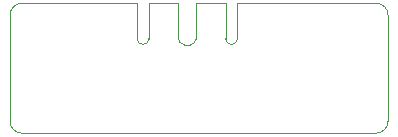
<source format=gbr>
%TF.GenerationSoftware,KiCad,Pcbnew,6.0.2+dfsg-1*%
%TF.CreationDate,2023-02-09T12:57:17+13:00*%
%TF.ProjectId,BRAWN-100_LOGIC,42524157-4e2d-4313-9030-5f4c4f474943,v1.0*%
%TF.SameCoordinates,Original*%
%TF.FileFunction,Profile,NP*%
%FSLAX46Y46*%
G04 Gerber Fmt 4.6, Leading zero omitted, Abs format (unit mm)*
G04 Created by KiCad (PCBNEW 6.0.2+dfsg-1) date 2023-02-09 12:57:17*
%MOMM*%
%LPD*%
G01*
G04 APERTURE LIST*
%TA.AperFunction,Profile*%
%ADD10C,0.100000*%
%TD*%
G04 APERTURE END LIST*
D10*
X185000000Y-144500000D02*
G75*
G03*
X184000000Y-145500000I0J-1000000D01*
G01*
X184000000Y-154500000D02*
G75*
G03*
X185000000Y-155500000I1000000J0D01*
G01*
X215000000Y-155500000D02*
G75*
G03*
X216000000Y-154500000I0J1000000D01*
G01*
X216000000Y-145500000D02*
G75*
G03*
X215000000Y-144500000I-1000000J0D01*
G01*
X194750000Y-144500000D02*
X185000000Y-144500000D01*
X199750000Y-144500000D02*
X199750000Y-147500000D01*
X202250000Y-144500000D02*
X202250000Y-147500000D01*
X184000000Y-145500000D02*
X184000000Y-154500000D01*
X194750000Y-147500000D02*
G75*
G03*
X195250000Y-148000000I500001J1D01*
G01*
X195750000Y-144500000D02*
X195750000Y-147500000D01*
X215000000Y-144500000D02*
X203250000Y-144500000D01*
X199250000Y-148000000D02*
X198750000Y-148000000D01*
X199250000Y-148000000D02*
G75*
G03*
X199750000Y-147500000I-1J500001D01*
G01*
X198250000Y-144500000D02*
X198250000Y-147500000D01*
X202250000Y-147500000D02*
G75*
G03*
X202750000Y-148000000I500001J1D01*
G01*
X215000000Y-155500000D02*
X185000000Y-155500000D01*
X195250000Y-148000000D02*
G75*
G03*
X195750000Y-147500000I-1J500001D01*
G01*
X198250000Y-144500000D02*
X195750000Y-144500000D01*
X202250000Y-144500000D02*
X199750000Y-144500000D01*
X216000000Y-145500000D02*
X216000000Y-154500000D01*
X203250000Y-144500000D02*
X203250000Y-147500000D01*
X202750000Y-148000000D02*
G75*
G03*
X203250000Y-147500000I-1J500001D01*
G01*
X194750000Y-144500000D02*
X194750000Y-147500000D01*
X198250000Y-147500000D02*
G75*
G03*
X198750000Y-148000000I500001J1D01*
G01*
M02*

</source>
